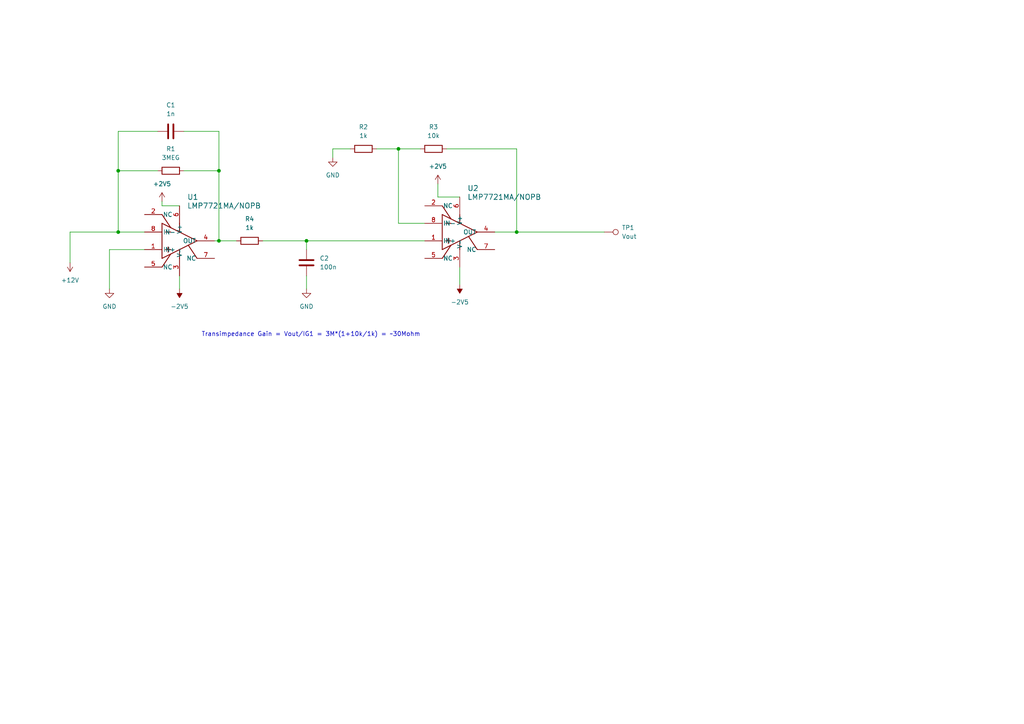
<source format=kicad_sch>
(kicad_sch (version 20230121) (generator eeschema)
  (paper "A4")
  (lib_symbols
    (symbol "Connector:TestPoint" (pin_numbers hide) (pin_names (offset 0.762) hide)
      (property "Reference" "TP" (at 0 6.858 0))
      (property "Value" "TestPoint" (at 0 5.08 0))
      (symbol "TestPoint_0_1"
        (circle (center 0 3.302) (radius 0.762))
      )
      (symbol "TestPoint_1_1"
        (pin passive line (at 0 0 90) (length 2.54) (name "1") (number "1"))
      )
    )
    (symbol "Device:C" (pin_numbers hide) (pin_names (offset 0.254))
      (property "Reference" "C" (at 0.635 2.54 0))
      (property "Value" "C" (at 0.635 -2.54 0))
      (symbol "C_0_1"
        (polyline (pts (xy -2.032 -0.762) (xy 2.032 -0.762)) (stroke (width 0.508)))
        (polyline (pts (xy -2.032 0.762) (xy 2.032 0.762)) (stroke (width 0.508)))
      )
      (symbol "C_1_1"
        (pin passive line (at 0 3.81 270) (length 2.794) (name "~") (number "1"))
        (pin passive line (at 0 -3.81 90) (length 2.794) (name "~") (number "2"))
      )
    )
    (symbol "Device:R" (pin_numbers hide) (pin_names (offset 0))
      (property "Reference" "R" (at 2.032 0 90))
      (property "Value" "R" (at 0 0 90))
      (symbol "R_0_1"
        (rectangle (start -1.016 -2.54) (end 1.016 2.54) (stroke (width 0.254)))
      )
      (symbol "R_1_1"
        (pin passive line (at 0 3.81 270) (length 1.27) (name "~") (number "1"))
        (pin passive line (at 0 -3.81 90) (length 1.27) (name "~") (number "2"))
      )
    )
    (symbol "LMP7721:LMP7721MA_NOPB" (pin_names (offset 0.254))
      (property "Reference" "U" (at -1.27 1.27 0))
      (property "Value" "LMP7721MA/NOPB" (at 0 0 0))
      (symbol "LMP7721MA_NOPB_0_1"
        (polyline (pts (xy 0 -10.16) (xy 10.16 -5.08)) (stroke (width 0.254)))
        (polyline (pts (xy 0 0) (xy 0 -10.16)) (stroke (width 0.254)))
        (polyline (pts (xy 0 0) (xy 10.16 -5.08)) (stroke (width 0.254)))
        (polyline (pts (xy 1.016 -7.62) (xy 2.54 -7.62)) (stroke (width 0.254)))
        (polyline (pts (xy 1.016 -2.54) (xy 2.54 -2.54)) (stroke (width 0.254)))
        (polyline (pts (xy 1.778 -6.858) (xy 1.778 -8.382)) (stroke (width 0.254)))
        (polyline (pts (xy 2.54 -8.89) (xy 0 -12.7)) (stroke (width 0.254)))
        (polyline (pts (xy 2.54 -1.27) (xy 0 2.54)) (stroke (width 0.254)))
        (polyline (pts (xy 5.08 -7.62) (xy 5.08 -10.16)) (stroke (width 0.254)))
        (polyline (pts (xy 5.08 0) (xy 5.08 -2.54)) (stroke (width 0.254)))
        (polyline (pts (xy 7.62 -6.35) (xy 10.16 -10.16)) (stroke (width 0.254)))
        (pin input line (at -5.08 -7.62 0) (length 5.08) (name "IN+") (number "1"))
        (pin passive line (at -5.08 2.54 0) (length 5.08) (name "NC") (number "2"))
        (pin power_in line (at 5.08 -15.24 90) (length 5.08) (name "V-") (number "3"))
        (pin output line (at 15.24 -5.08 180) (length 5.08) (name "OUT") (number "4"))
        (pin passive line (at -5.08 -12.7 0) (length 5.08) (name "NC") (number "5"))
        (pin power_in line (at 5.08 5.08 270) (length 5.08) (name "V+") (number "6"))
        (pin passive line (at 15.24 -10.16 180) (length 5.08) (name "NC") (number "7"))
        (pin input line (at -5.08 -2.54 0) (length 5.08) (name "IN-") (number "8"))
      )
    )
    (symbol "power:+12V" (power) (pin_names (offset 0))
      (property "Value" "+12V" (at 0 3.556 0))
      (symbol "+12V_0_1"
        (polyline (pts (xy -0.762 1.27) (xy 0 2.54)))
        (polyline (pts (xy 0 0) (xy 0 2.54)))
        (polyline (pts (xy 0 2.54) (xy 0.762 1.27)))
      )
      (symbol "+12V_1_1"
        (pin power_in line (at 0 0 90) (length 0) hide (name "+12V") (number "1"))
      )
    )
    (symbol "power:+2V5" (power) (pin_names (offset 0))
      (property "Value" "+2V5" (at 0 3.556 0))
      (symbol "+2V5_0_1"
        (polyline (pts (xy -0.762 1.27) (xy 0 2.54)))
        (polyline (pts (xy 0 0) (xy 0 2.54)))
        (polyline (pts (xy 0 2.54) (xy 0.762 1.27)))
      )
      (symbol "+2V5_1_1"
        (pin power_in line (at 0 0 90) (length 0) hide (name "+2V5") (number "1"))
      )
    )
    (symbol "power:-2V5" (power) (pin_names (offset 0))
      (property "Value" "-2V5" (at 0 3.81 0))
      (symbol "-2V5_0_0"
        (pin power_in line (at 0 0 90) (length 0) hide (name "-2V5") (number "1"))
      )
      (symbol "-2V5_0_1"
        (polyline (pts (xy 0 0) (xy 0 1.27) (xy 0.762 1.27) (xy 0 2.54) (xy -0.762 1.27) (xy 0 1.27)) (fill (type outline)))
      )
    )
    (symbol "power:GND" (power) (pin_names (offset 0))
      (property "Value" "GND" (at 0 -3.81 0))
      (symbol "GND_0_1"
        (polyline (pts (xy 0 0) (xy 0 -1.27) (xy 1.27 -1.27) (xy 0 -2.54) (xy -1.27 -1.27) (xy 0 -1.27)))
      )
      (symbol "GND_1_1"
        (pin power_in line (at 0 0 270) (length 0) hide (name "GND") (number "1"))
      )
    )
  )
  (junction (at 34.29 67.31))
  (junction (at 115.57 43.18))
  (junction (at 63.5 49.53))
  (junction (at 149.86 67.31))
  (junction (at 34.29 49.53))
  (junction (at 88.9 69.85))
  (junction (at 63.5 69.85))
  (wire (pts (xy 127 57.15) (xy 133.35 57.15)))
  (wire (pts (xy 88.9 83.82) (xy 88.9 80.01)))
  (wire (pts (xy 45.72 38.1) (xy 34.29 38.1)))
  (wire (pts (xy 96.52 43.18) (xy 101.6 43.18)))
  (wire (pts (xy 115.57 43.18) (xy 121.92 43.18)))
  (wire (pts (xy 115.57 64.77) (xy 115.57 43.18)))
  (wire (pts (xy 143.51 67.31) (xy 149.86 67.31)))
  (wire (pts (xy 46.99 59.69) (xy 46.99 58.42)))
  (wire (pts (xy 46.99 59.69) (xy 52.07 59.69)))
  (wire (pts (xy 53.34 49.53) (xy 63.5 49.53)))
  (wire (pts (xy 96.52 45.72) (xy 96.52 43.18)))
  (wire (pts (xy 31.75 72.39) (xy 31.75 83.82)))
  (wire (pts (xy 63.5 69.85) (xy 68.58 69.85)))
  (wire (pts (xy 149.86 43.18) (xy 149.86 67.31)))
  (wire (pts (xy 20.32 76.2) (xy 20.32 67.31)))
  (wire (pts (xy 88.9 69.85) (xy 123.19 69.85)))
  (wire (pts (xy 88.9 72.39) (xy 88.9 69.85)))
  (wire (pts (xy 133.35 77.47) (xy 133.35 82.55)))
  (wire (pts (xy 20.32 67.31) (xy 34.29 67.31)))
  (wire (pts (xy 63.5 49.53) (xy 63.5 69.85)))
  (wire (pts (xy 62.23 69.85) (xy 63.5 69.85)))
  (wire (pts (xy 53.34 38.1) (xy 63.5 38.1)))
  (wire (pts (xy 129.54 43.18) (xy 149.86 43.18)))
  (wire (pts (xy 149.86 67.31) (xy 175.26 67.31)))
  (wire (pts (xy 63.5 38.1) (xy 63.5 49.53)))
  (wire (pts (xy 109.22 43.18) (xy 115.57 43.18)))
  (wire (pts (xy 45.72 49.53) (xy 34.29 49.53)))
  (wire (pts (xy 127 53.34) (xy 127 57.15)))
  (wire (pts (xy 76.2 69.85) (xy 88.9 69.85)))
  (wire (pts (xy 123.19 64.77) (xy 115.57 64.77)))
  (wire (pts (xy 34.29 67.31) (xy 41.91 67.31)))
  (wire (pts (xy 52.07 80.01) (xy 52.07 83.82)))
  (wire (pts (xy 34.29 49.53) (xy 34.29 67.31)))
  (wire (pts (xy 34.29 38.1) (xy 34.29 49.53)))
  (wire (pts (xy 41.91 72.39) (xy 31.75 72.39)))
  (text "Transimpedance Gain = Vout/IG1 = 3M*(1+10k/1k) = ~30Mohm\n" (at 58.42 97.79 0) (effects (font (size 1.27 1.27)) (justify left bottom)))
  (symbol (lib_id "power:+2V5") (at 46.99 58.42 0) (unit 1)
    (property "Reference" "#PWR04" (effects hide))
    (property "Value" "+2V5" (at 46.99 53.34 0))
  )
  (symbol (lib_id "power:-2V5") (at 52.07 83.82 180) (unit 1)
    (property "Reference" "#PWR03" (effects hide))
    (property "Value" "-2V5" (at 52.07 88.9 0))
  )
  (symbol (lib_id "power:+2V5") (at 127 53.34 0) (unit 1)
    (property "Reference" "#PWR07" (effects hide))
    (property "Value" "+2V5" (at 127 48.26 0))
  )
  (symbol (lib_id "LMP7721:LMP7721MA_NOPB") (at 128.27 62.23 0) (unit 1)
    (property "Reference" "U2" (at 135.5441 54.61 0) (effects (font (size 1.524 1.524)) (justify left)))
    (property "Value" "LMP7721MA/NOPB" (at 135.5441 57.15 0) (effects (font (size 1.524 1.524)) (justify left)))
    (property "Footprint" "M08A" (effects hide))
    (property "Datasheet" "LMP7721MA/NOPB" (effects hide))
  )
  (symbol (lib_id "Connector:TestPoint") (at 175.26 67.31 270) (unit 1)
    (property "Reference" "TP1" (at 180.34 66.04 90) (effects (justify left)))
    (property "Value" "Vout" (at 180.34 68.58 90) (effects (justify left)))
  )
  (symbol (lib_id "Device:R") (at 105.41 43.18 90) (unit 1)
    (property "Reference" "R2" (at 105.41 36.83 90))
    (property "Value" "1k" (at 105.41 39.37 90))
  )
  (symbol (lib_id "Device:C") (at 88.9 76.2 180) (unit 1)
    (property "Reference" "C2" (at 92.71 74.93 0) (effects (justify right)))
    (property "Value" "100n" (at 92.71 77.47 0) (effects (justify right)))
  )
  (symbol (lib_id "power:GND") (at 96.52 45.72 0) (unit 1)
    (property "Reference" "#PWR06" (effects hide))
    (property "Value" "GND" (at 96.52 50.8 0))
  )
  (symbol (lib_id "Device:C") (at 49.53 38.1 90) (unit 1)
    (property "Reference" "C1" (at 49.53 30.48 90))
    (property "Value" "1n" (at 49.53 33.02 90))
  )
  (symbol (lib_id "Device:R") (at 72.39 69.85 90) (unit 1)
    (property "Reference" "R4" (at 72.39 63.5 90))
    (property "Value" "1k" (at 72.39 66.04 90))
  )
  (symbol (lib_id "power:-2V5") (at 133.35 82.55 180) (unit 1)
    (property "Reference" "#PWR08" (effects hide))
    (property "Value" "-2V5" (at 133.35 87.63 0))
  )
  (symbol (lib_id "power:GND") (at 31.75 83.82 0) (unit 1)
    (property "Reference" "#PWR01" (effects hide))
    (property "Value" "GND" (at 31.75 88.9 0))
  )
  (symbol (lib_id "power:GND") (at 88.9 83.82 0) (unit 1)
    (property "Reference" "#PWR02" (effects hide))
    (property "Value" "GND" (at 88.9 88.9 0))
  )
  (symbol (lib_id "LMP7721:LMP7721MA_NOPB") (at 46.99 64.77 0) (unit 1)
    (property "Reference" "U1" (at 54.2641 57.15 0) (effects (font (size 1.524 1.524)) (justify left)))
    (property "Value" "LMP7721MA/NOPB" (at 54.2641 59.69 0) (effects (font (size 1.524 1.524)) (justify left)))
    (property "Footprint" "M08A" (effects hide))
    (property "Datasheet" "LMP7721MA/NOPB" (effects hide))
  )
  (symbol (lib_id "Device:R") (at 125.73 43.18 90) (unit 1)
    (property "Reference" "R3" (at 125.73 36.83 90))
    (property "Value" "10k" (at 125.73 39.37 90))
  )
  (symbol (lib_id "power:+12V") (at 20.32 76.2 180) (unit 1)
    (property "Reference" "#PWR05" (effects hide))
    (property "Value" "+12V" (at 20.32 81.28 0))
  )
  (symbol (lib_id "Device:R") (at 49.53 49.53 90) (unit 1)
    (property "Reference" "R1" (at 49.53 43.18 90))
    (property "Value" "3MEG" (at 49.53 45.72 90))
  )
)
</source>
